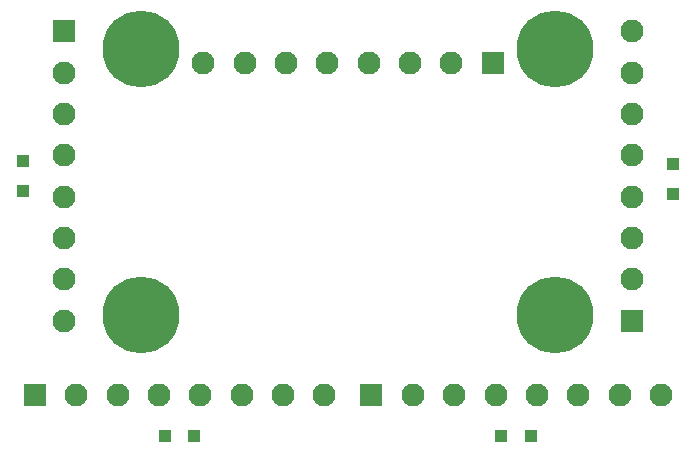
<source format=gbr>
%TF.GenerationSoftware,KiCad,Pcbnew,(5.1.6)-1*%
%TF.CreationDate,2021-05-26T21:04:48-04:00*%
%TF.ProjectId,spidey_sense,73706964-6579-45f7-9365-6e73652e6b69,rev?*%
%TF.SameCoordinates,Original*%
%TF.FileFunction,Soldermask,Bot*%
%TF.FilePolarity,Negative*%
%FSLAX46Y46*%
G04 Gerber Fmt 4.6, Leading zero omitted, Abs format (unit mm)*
G04 Created by KiCad (PCBNEW (5.1.6)-1) date 2021-05-26 21:04:48*
%MOMM*%
%LPD*%
G01*
G04 APERTURE LIST*
%ADD10C,0.900000*%
%ADD11C,6.500000*%
%ADD12C,1.950000*%
%ADD13R,1.950000X1.950000*%
%ADD14R,1.100000X1.100000*%
G04 APERTURE END LIST*
D10*
%TO.C,REF\u002A\u002A*%
X143947056Y-113302944D03*
X142250000Y-112600000D03*
X140552944Y-113302944D03*
X139850000Y-115000000D03*
X140552944Y-116697056D03*
X142250000Y-117400000D03*
X143947056Y-116697056D03*
X144650000Y-115000000D03*
D11*
X142250000Y-115000000D03*
%TD*%
D10*
%TO.C,REF\u002A\u002A*%
X143947056Y-90802944D03*
X142250000Y-90100000D03*
X140552944Y-90802944D03*
X139850000Y-92500000D03*
X140552944Y-94197056D03*
X142250000Y-94900000D03*
X143947056Y-94197056D03*
X144650000Y-92500000D03*
D11*
X142250000Y-92500000D03*
%TD*%
D10*
%TO.C,REF\u002A\u002A*%
X108947056Y-90802944D03*
X107250000Y-90100000D03*
X105552944Y-90802944D03*
X104850000Y-92500000D03*
X105552944Y-94197056D03*
X107250000Y-94900000D03*
X108947056Y-94197056D03*
X109650000Y-92500000D03*
D11*
X107250000Y-92500000D03*
%TD*%
D10*
%TO.C,REF\u002A\u002A*%
X108947056Y-113302944D03*
X107250000Y-112600000D03*
X105552944Y-113302944D03*
X104850000Y-115000000D03*
X105552944Y-116697056D03*
X107250000Y-117400000D03*
X108947056Y-116697056D03*
X109650000Y-115000000D03*
D11*
X107250000Y-115000000D03*
%TD*%
D12*
%TO.C,J5*%
X148800000Y-91000000D03*
X148800000Y-94500000D03*
X148800000Y-98000000D03*
X148800000Y-101500000D03*
X148800000Y-105000000D03*
X148800000Y-108500000D03*
X148800000Y-112000000D03*
D13*
X148800000Y-115500000D03*
%TD*%
D12*
%TO.C,J4*%
X151250000Y-121800000D03*
X147750000Y-121800000D03*
X144250000Y-121800000D03*
X140750000Y-121800000D03*
X137250000Y-121800000D03*
X133750000Y-121800000D03*
X130250000Y-121800000D03*
D13*
X126750000Y-121800000D03*
%TD*%
D12*
%TO.C,J3*%
X122750000Y-121800000D03*
X119250000Y-121800000D03*
X115750000Y-121800000D03*
X112250000Y-121800000D03*
X108750000Y-121800000D03*
X105250000Y-121800000D03*
X101750000Y-121800000D03*
D13*
X98250000Y-121800000D03*
%TD*%
D12*
%TO.C,J2*%
X100700000Y-115500000D03*
X100700000Y-112000000D03*
X100700000Y-108500000D03*
X100700000Y-105000000D03*
X100700000Y-101500000D03*
X100700000Y-98000000D03*
X100700000Y-94500000D03*
D13*
X100700000Y-91000000D03*
%TD*%
D12*
%TO.C,J1*%
X112500000Y-93700000D03*
X116000000Y-93700000D03*
X119500000Y-93700000D03*
X123000000Y-93700000D03*
X126500000Y-93700000D03*
X130000000Y-93700000D03*
X133500000Y-93700000D03*
D13*
X137000000Y-93700000D03*
%TD*%
D14*
%TO.C,D4*%
X152250000Y-104750000D03*
X152250000Y-102250000D03*
%TD*%
%TO.C,D3*%
X137750000Y-125250000D03*
X140250000Y-125250000D03*
%TD*%
%TO.C,D2*%
X109250000Y-125250000D03*
X111750000Y-125250000D03*
%TD*%
%TO.C,D1*%
X97250000Y-102000000D03*
X97250000Y-104500000D03*
%TD*%
M02*

</source>
